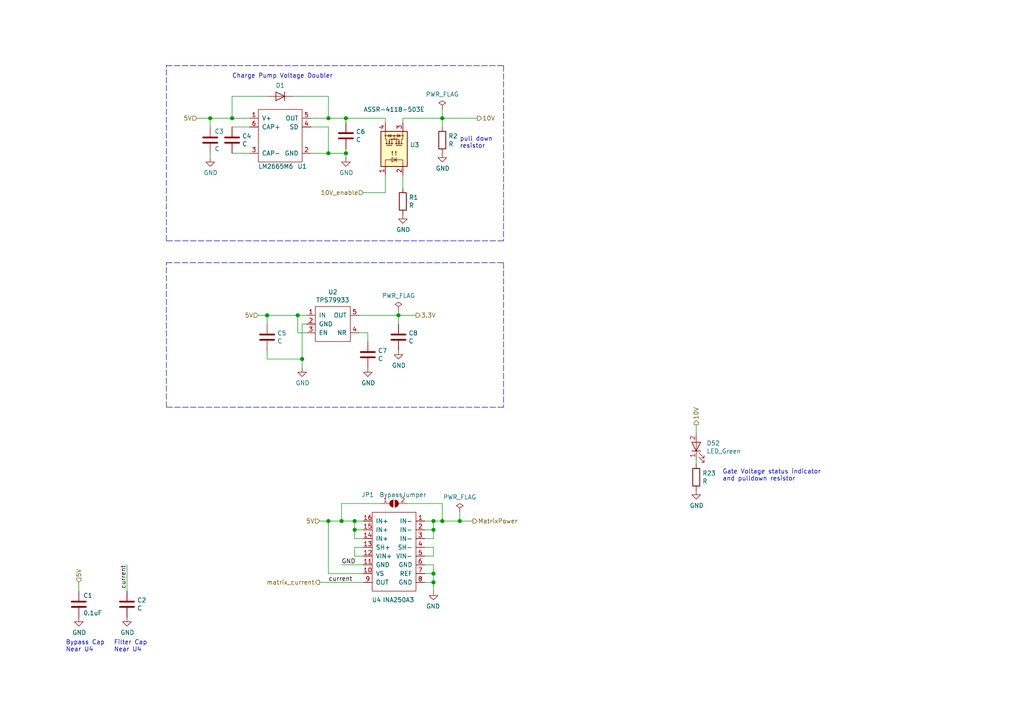
<source format=kicad_sch>
(kicad_sch (version 20201015) (generator eeschema)
  (page 1 14)
  (paper "A4")
  (lib_symbols
    (symbol "Custom-Symbols:ASSR-4118-503E" (pin_names (offset 1.016))
      (property "Reference" "U" (at 10.16 6.35 0))
      (property "Value" "ASSR-4118-503E" (at -1.27 6.35 0))
      (symbol "ASSR-4118-503E_1_1"
        (circle (center 2.794 -0.635) (radius 0.127))
        (circle (center 2.794 0) (radius 0.127))
        (circle (center 2.794 0.635) (radius 0.127))
        (circle (center 3.81 -2.54) (radius 0.127))
        (circle (center 3.81 0) (radius 0.127))
        (circle (center 3.81 2.54) (radius 0.127))
        (rectangle (start -5.08 3.81) (end 5.08 -3.81) (stroke (width 0.254)) (fill (type background)))
        (polyline (pts (xy -3.81 -0.635) (xy -2.54 -0.635)))
        (polyline (pts (xy 1.016 -0.635) (xy 1.016 -2.159)) (stroke (width 0.2032)))
        (polyline (pts (xy 1.016 2.159) (xy 1.016 0.635)) (stroke (width 0.2032)))
        (polyline (pts (xy 1.524 -0.508) (xy 1.524 -0.762)) (stroke (width 0.3556)))
        (polyline (pts (xy 2.794 0) (xy 3.81 0)))
        (polyline (pts (xy 3.429 -1.651) (xy 4.191 -1.651)))
        (polyline (pts (xy 3.429 1.651) (xy 4.191 1.651)))
        (polyline (pts (xy 3.81 -2.54) (xy 3.81 2.54)))
        (polyline (pts (xy 1.524 -2.032) (xy 1.524 -2.286) (xy 1.524 -2.286)) (stroke (width 0.3556)))
        (polyline (pts (xy 1.524 -1.27) (xy 1.524 -1.524) (xy 1.524 -1.524)) (stroke (width 0.3556)))
        (polyline (pts (xy 1.524 0.762) (xy 1.524 0.508) (xy 1.524 0.508)) (stroke (width 0.3556)))
        (polyline (pts (xy 1.524 1.524) (xy 1.524 1.27) (xy 1.524 1.27)) (stroke (width 0.3556)))
        (polyline (pts (xy 1.524 2.286) (xy 1.524 2.032) (xy 1.524 2.032)) (stroke (width 0.3556)))
        (polyline (pts (xy 1.651 -1.397) (xy 2.794 -1.397) (xy 2.794 -0.635)))
        (polyline (pts (xy 1.651 1.397) (xy 2.794 1.397) (xy 2.794 0.635)))
        (polyline (pts (xy -5.08 2.54) (xy -3.175 2.54) (xy -3.175 -2.54) (xy -5.08 -2.54)))
        (polyline (pts (xy -3.175 -0.635) (xy -3.81 0.635) (xy -2.54 0.635) (xy -3.175 -0.635)))
        (polyline (pts (xy 1.651 -2.159) (xy 2.794 -2.159) (xy 2.794 -2.54) (xy 5.08 -2.54)))
        (polyline (pts (xy 1.651 -0.635) (xy 2.794 -0.635) (xy 2.794 0.635) (xy 1.651 0.635)))
        (polyline (pts (xy 1.651 2.159) (xy 2.794 2.159) (xy 2.794 2.54) (xy 5.08 2.54)))
        (polyline (pts (xy 1.778 -1.397) (xy 2.286 -1.27) (xy 2.286 -1.524) (xy 1.778 -1.397)))
        (polyline (pts (xy 1.778 1.397) (xy 2.286 1.524) (xy 2.286 1.27) (xy 1.778 1.397)))
        (polyline (pts (xy 3.81 -1.651) (xy 3.429 -0.889) (xy 4.191 -0.889) (xy 3.81 -1.651)))
        (polyline (pts (xy 3.81 1.651) (xy 3.429 0.889) (xy 4.191 0.889) (xy 3.81 1.651)))
        (polyline (pts (xy -1.905 -0.508) (xy -0.635 -0.508) (xy -1.016 -0.635) (xy -1.016 -0.381) (xy -0.635 -0.508)))
        (polyline (pts (xy -1.905 0.508) (xy -0.635 0.508) (xy -1.016 0.381) (xy -1.016 0.635) (xy -0.635 0.508)))
        (pin passive line (at -7.62 2.54 0) (length 2.54) (name "~") (number "1"))
        (pin passive line (at -7.62 -2.54 0) (length 2.54) (name "~") (number "2"))
        (pin passive line (at 7.62 -2.54 180) (length 2.54) (name "~") (number "3"))
      )
      (symbol "ASSR-4118-503E_0_0"
        (pin passive line (at 7.62 2.54 180) (length 2.54) (name "~") (number "4"))
      )
    )
    (symbol "Custom-Symbols:Diode" (pin_numbers hide) (pin_names (offset 0) hide)
      (property "Reference" "D" (at 0 3.81 0))
      (symbol "Diode_1_1"
        (polyline (pts (xy -1.27 1.27) (xy -1.27 -1.27)) (stroke (width 0.2032)))
        (polyline (pts (xy 1.27 0) (xy -1.27 0)))
        (polyline (pts (xy 1.27 1.27) (xy 1.27 -1.27) (xy -1.27 0) (xy 1.27 1.27)) (stroke (width 0.2032)))
        (pin passive line (at -3.81 0 0) (length 2.54) (name "K") (number "1"))
        (pin passive line (at 3.81 0 180) (length 2.54) (name "A") (number "2"))
      )
    )
    (symbol "Custom-Symbols:INA250A3" (pin_names (offset 1.016))
      (property "Reference" "U" (at 0 13.97 0))
      (property "Value" "INA250A3" (at 0 13.97 0))
      (symbol "INA250A3_0_1"
        (rectangle (start -6.35 11.43) (end 6.35 -11.43))
      )
      (symbol "INA250A3_1_1"
        (pin passive line (at -8.89 8.89 0) (length 2.54) (name "IN-") (number "1"))
        (pin power_in line (at 8.89 -6.35 180) (length 2.54) (name "VS") (number "10"))
        (pin power_in line (at 8.89 -3.81 180) (length 2.54) (name "GND") (number "11"))
        (pin passive line (at 8.89 -1.27 180) (length 2.54) (name "VIN+") (number "12"))
        (pin passive line (at 8.89 1.27 180) (length 2.54) (name "SH+") (number "13"))
        (pin passive line (at 8.89 3.81 180) (length 2.54) (name "IN+") (number "14"))
        (pin passive line (at 8.89 6.35 180) (length 2.54) (name "IN+") (number "15"))
        (pin passive line (at 8.89 8.89 180) (length 2.54) (name "IN+") (number "16"))
        (pin passive line (at -8.89 6.35 0) (length 2.54) (name "IN-") (number "2"))
        (pin passive line (at -8.89 3.81 0) (length 2.54) (name "IN-") (number "3"))
        (pin passive line (at -8.89 1.27 0) (length 2.54) (name "SH-") (number "4"))
        (pin passive line (at -8.89 -1.27 0) (length 2.54) (name "VIN-") (number "5"))
        (pin power_in line (at -8.89 -3.81 0) (length 2.54) (name "GND") (number "6"))
        (pin passive line (at -8.89 -6.35 0) (length 2.54) (name "REF") (number "7"))
        (pin power_in line (at -8.89 -8.89 0) (length 2.54) (name "GND") (number "8"))
        (pin output line (at 8.89 -8.89 180) (length 2.54) (name "OUT") (number "9"))
      )
    )
    (symbol "Custom-Symbols:LED_Green" (pin_names (offset 1.016))
      (property "Reference" "D" (at 3.81 3.81 0))
      (property "Value" "LED_Green" (at -3.81 3.81 0))
      (symbol "LED_Green_1_1"
        (polyline (pts (xy -1.27 -1.27) (xy -1.27 1.27)) (stroke (width 0.2032)))
        (polyline (pts (xy -1.27 0) (xy 1.27 0)))
        (polyline (pts (xy 1.27 -1.27) (xy 1.27 1.27) (xy -1.27 0) (xy 1.27 -1.27)) (stroke (width 0.2032)))
        (polyline (pts (xy -3.048 -0.762) (xy -4.572 -2.286) (xy -3.81 -2.286) (xy -4.572 -2.286) (xy -4.572 -1.524)))
        (polyline (pts (xy -1.778 -0.762) (xy -3.302 -2.286) (xy -2.54 -2.286) (xy -3.302 -2.286) (xy -3.302 -1.524)))
        (pin passive line (at -3.81 0 0) (length 2.54) (name "~") (number "1"))
        (pin passive line (at 3.81 0 180) (length 2.54) (name "~") (number "2"))
      )
    )
    (symbol "Custom-Symbols:LM2665M6" (pin_names (offset 1.016))
      (property "Reference" "U" (at -5.08 7.62 0))
      (property "Value" "LM2665M6" (at 1.27 7.62 0))
      (symbol "LM2665M6_0_1"
        (rectangle (start -6.35 5.08) (end 6.35 -10.16))
      )
      (symbol "LM2665M6_1_1"
        (pin power_in line (at -8.89 2.54 0) (length 2.54) (name "V+") (number "1"))
        (pin power_in line (at 8.89 -7.62 180) (length 2.54) (name "GND") (number "2"))
        (pin passive line (at -8.89 -7.62 0) (length 2.54) (name "CAP-") (number "3"))
        (pin input line (at 8.89 0 180) (length 2.54) (name "SD") (number "4"))
        (pin power_out line (at 8.89 2.54 180) (length 2.54) (name "OUT") (number "5"))
        (pin passive line (at -8.89 0 0) (length 2.54) (name "CAP+") (number "6"))
      )
    )
    (symbol "Custom-Symbols:TPS79933" (pin_names (offset 1.016))
      (property "Reference" "U" (at 3.81 7.62 0))
      (property "Value" "TPS79933" (at -2.54 7.62 0))
      (symbol "TPS79933_0_1"
        (rectangle (start -5.08 5.08) (end 5.08 -5.08))
      )
      (symbol "TPS79933_1_1"
        (pin power_in line (at -7.62 2.54 0) (length 2.54) (name "IN") (number "1"))
        (pin power_in line (at -7.62 0 0) (length 2.54) (name "GND") (number "2"))
        (pin input line (at -7.62 -2.54 0) (length 2.54) (name "EN") (number "3"))
        (pin passive line (at 7.62 -2.54 180) (length 2.54) (name "NR") (number "4"))
        (pin power_out line (at 7.62 2.54 180) (length 2.54) (name "OUT") (number "5"))
      )
    )
    (symbol "Device:C" (pin_numbers hide) (pin_names (offset 0.254))
      (property "Reference" "C" (at 0.635 2.54 0))
      (property "Value" "C" (at 0.635 -2.54 0))
      (symbol "C_0_1"
        (polyline (pts (xy -2.032 -0.762) (xy 2.032 -0.762)) (stroke (width 0.508)))
        (polyline (pts (xy -2.032 0.762) (xy 2.032 0.762)) (stroke (width 0.508)))
      )
      (symbol "C_1_1"
        (pin passive line (at 0 3.81 270) (length 2.794) (name "~") (number "1"))
        (pin passive line (at 0 -3.81 90) (length 2.794) (name "~") (number "2"))
      )
    )
    (symbol "Device:R" (pin_numbers hide) (pin_names (offset 0))
      (property "Reference" "R" (at 2.032 0 90))
      (property "Value" "R" (at 0 0 90))
      (symbol "R_0_1"
        (rectangle (start -1.016 -2.54) (end 1.016 2.54) (stroke (width 0.254)))
      )
      (symbol "R_1_1"
        (pin passive line (at 0 3.81 270) (length 1.27) (name "~") (number "1"))
        (pin passive line (at 0 -3.81 90) (length 1.27) (name "~") (number "2"))
      )
    )
    (symbol "Jumper:SolderJumper_2_Open" (pin_names (offset 0) hide)
      (property "Reference" "JP" (at 0 2.032 0))
      (property "Value" "SolderJumper_2_Open" (at 0 -2.54 0))
      (symbol "SolderJumper_2_Open_0_1"
        (arc (start -0.254 1.016) (end -0.254 -1.016) (radius (at -0.254 0) (length 1.016) (angles 90.1 -90.1)))
        (arc (start -0.254 1.016) (end -0.254 -1.016) (radius (at -0.254 0) (length 1.016) (angles 90.1 -90.1)) (fill (type outline)))
        (arc (start 0.254 -1.016) (end 0.254 1.016) (radius (at 0.254 0) (length 1.016) (angles -89.9 89.9)))
        (arc (start 0.254 -1.016) (end 0.254 1.016) (radius (at 0.254 0) (length 1.016) (angles -89.9 89.9)) (fill (type outline)))
        (polyline (pts (xy -0.254 1.016) (xy -0.254 -1.016)))
        (polyline (pts (xy 0.254 1.016) (xy 0.254 -1.016)))
      )
      (symbol "SolderJumper_2_Open_1_1"
        (pin passive line (at -3.81 0 0) (length 2.54) (name "A") (number "1"))
        (pin passive line (at 3.81 0 180) (length 2.54) (name "B") (number "2"))
      )
    )
    (symbol "power:GND" (power) (pin_names (offset 0))
      (property "Value" "GND" (at 0 -3.81 0))
      (symbol "GND_0_1"
        (polyline (pts (xy 0 0) (xy 0 -1.27) (xy 1.27 -1.27) (xy 0 -2.54) (xy -1.27 -1.27) (xy 0 -1.27)))
      )
      (symbol "GND_1_1"
        (pin power_in line (at 0 0 270) (length 0) hide (name "GND") (number "1"))
      )
    )
    (symbol "power:PWR_FLAG" (power) (pin_numbers hide) (pin_names (offset 0) hide)
      (property "Value" "PWR_FLAG" (at 0 3.81 0))
      (symbol "PWR_FLAG_0_1"
        (polyline (pts (xy 0 0) (xy 0 1.27) (xy -1.016 1.905) (xy 0 2.54) (xy 1.016 1.905) (xy 0 1.27)))
      )
      (symbol "PWR_FLAG_0_0"
        (pin power_out line (at 0 0 90) (length 0) (name "pwr") (number "1"))
      )
    )
  )
  (junction (at 60.96 34.29) (diameter 1.016))
  (junction (at 67.31 34.29) (diameter 1.016))
  (junction (at 77.47 91.44) (diameter 1.016))
  (junction (at 86.36 91.44) (diameter 1.016))
  (junction (at 87.63 104.14) (diameter 1.016))
  (junction (at 95.25 34.29) (diameter 1.016))
  (junction (at 95.25 44.45) (diameter 1.016))
  (junction (at 95.25 151.13) (diameter 1.016))
  (junction (at 99.06 151.13) (diameter 1.016))
  (junction (at 100.33 34.29) (diameter 1.016))
  (junction (at 100.33 44.45) (diameter 1.016))
  (junction (at 102.87 151.13) (diameter 1.016))
  (junction (at 102.87 153.67) (diameter 1.016))
  (junction (at 115.57 91.44) (diameter 1.016))
  (junction (at 125.73 151.13) (diameter 1.016))
  (junction (at 125.73 153.67) (diameter 1.016))
  (junction (at 125.73 166.37) (diameter 1.016))
  (junction (at 125.73 168.91) (diameter 1.016))
  (junction (at 128.27 34.29) (diameter 1.016))
  (junction (at 128.27 151.13) (diameter 1.016))
  (junction (at 133.35 151.13) (diameter 1.016))
  (wire (pts (xy 22.86 168.91) (xy 22.86 171.45)))
  (wire (pts (xy 36.83 171.45) (xy 36.83 163.83)))
  (wire (pts (xy 57.15 34.29) (xy 60.96 34.29)))
  (wire (pts (xy 60.96 34.29) (xy 67.31 34.29)))
  (wire (pts (xy 60.96 36.83) (xy 60.96 34.29)))
  (wire (pts (xy 60.96 45.72) (xy 60.96 44.45)))
  (wire (pts (xy 67.31 27.94) (xy 77.47 27.94)))
  (wire (pts (xy 67.31 34.29) (xy 67.31 27.94)))
  (wire (pts (xy 67.31 34.29) (xy 72.39 34.29)))
  (wire (pts (xy 67.31 36.83) (xy 72.39 36.83)))
  (wire (pts (xy 67.31 44.45) (xy 72.39 44.45)))
  (wire (pts (xy 77.47 91.44) (xy 74.93 91.44)))
  (wire (pts (xy 77.47 91.44) (xy 77.47 93.98)))
  (wire (pts (xy 77.47 91.44) (xy 86.36 91.44)))
  (wire (pts (xy 77.47 101.6) (xy 77.47 104.14)))
  (wire (pts (xy 77.47 104.14) (xy 87.63 104.14)))
  (wire (pts (xy 85.09 27.94) (xy 95.25 27.94)))
  (wire (pts (xy 86.36 91.44) (xy 88.9 91.44)))
  (wire (pts (xy 86.36 96.52) (xy 86.36 91.44)))
  (wire (pts (xy 87.63 93.98) (xy 87.63 104.14)))
  (wire (pts (xy 87.63 104.14) (xy 87.63 106.68)))
  (wire (pts (xy 88.9 93.98) (xy 87.63 93.98)))
  (wire (pts (xy 88.9 96.52) (xy 86.36 96.52)))
  (wire (pts (xy 90.17 34.29) (xy 95.25 34.29)))
  (wire (pts (xy 90.17 36.83) (xy 95.25 36.83)))
  (wire (pts (xy 90.17 44.45) (xy 95.25 44.45)))
  (wire (pts (xy 92.71 151.13) (xy 95.25 151.13)))
  (wire (pts (xy 95.25 27.94) (xy 95.25 34.29)))
  (wire (pts (xy 95.25 34.29) (xy 100.33 34.29)))
  (wire (pts (xy 95.25 36.83) (xy 95.25 44.45)))
  (wire (pts (xy 95.25 44.45) (xy 100.33 44.45)))
  (wire (pts (xy 95.25 166.37) (xy 95.25 151.13)))
  (wire (pts (xy 99.06 146.05) (xy 110.49 146.05)))
  (wire (pts (xy 99.06 151.13) (xy 95.25 151.13)))
  (wire (pts (xy 99.06 151.13) (xy 99.06 146.05)))
  (wire (pts (xy 100.33 34.29) (xy 111.76 34.29)))
  (wire (pts (xy 100.33 35.56) (xy 100.33 34.29)))
  (wire (pts (xy 100.33 43.18) (xy 100.33 44.45)))
  (wire (pts (xy 100.33 44.45) (xy 100.33 45.72)))
  (wire (pts (xy 102.87 151.13) (xy 99.06 151.13)))
  (wire (pts (xy 102.87 151.13) (xy 105.41 151.13)))
  (wire (pts (xy 102.87 153.67) (xy 102.87 151.13)))
  (wire (pts (xy 102.87 156.21) (xy 102.87 153.67)))
  (wire (pts (xy 102.87 158.75) (xy 102.87 161.29)))
  (wire (pts (xy 102.87 161.29) (xy 105.41 161.29)))
  (wire (pts (xy 104.14 91.44) (xy 115.57 91.44)))
  (wire (pts (xy 104.14 96.52) (xy 106.68 96.52)))
  (wire (pts (xy 105.41 153.67) (xy 102.87 153.67)))
  (wire (pts (xy 105.41 156.21) (xy 102.87 156.21)))
  (wire (pts (xy 105.41 158.75) (xy 102.87 158.75)))
  (wire (pts (xy 105.41 163.83) (xy 99.06 163.83)))
  (wire (pts (xy 105.41 166.37) (xy 95.25 166.37)))
  (wire (pts (xy 105.41 168.91) (xy 92.71 168.91)))
  (wire (pts (xy 106.68 99.06) (xy 106.68 96.52)))
  (wire (pts (xy 111.76 35.56) (xy 111.76 34.29)))
  (wire (pts (xy 111.76 50.8) (xy 111.76 55.88)))
  (wire (pts (xy 111.76 55.88) (xy 105.41 55.88)))
  (wire (pts (xy 115.57 90.17) (xy 115.57 91.44)))
  (wire (pts (xy 115.57 93.98) (xy 115.57 91.44)))
  (wire (pts (xy 116.84 34.29) (xy 128.27 34.29)))
  (wire (pts (xy 116.84 35.56) (xy 116.84 34.29)))
  (wire (pts (xy 116.84 50.8) (xy 116.84 54.61)))
  (wire (pts (xy 118.11 146.05) (xy 128.27 146.05)))
  (wire (pts (xy 120.65 91.44) (xy 115.57 91.44)))
  (wire (pts (xy 123.19 153.67) (xy 125.73 153.67)))
  (wire (pts (xy 123.19 156.21) (xy 125.73 156.21)))
  (wire (pts (xy 123.19 158.75) (xy 125.73 158.75)))
  (wire (pts (xy 123.19 163.83) (xy 125.73 163.83)))
  (wire (pts (xy 123.19 166.37) (xy 125.73 166.37)))
  (wire (pts (xy 123.19 168.91) (xy 125.73 168.91)))
  (wire (pts (xy 125.73 151.13) (xy 123.19 151.13)))
  (wire (pts (xy 125.73 151.13) (xy 128.27 151.13)))
  (wire (pts (xy 125.73 153.67) (xy 125.73 151.13)))
  (wire (pts (xy 125.73 156.21) (xy 125.73 153.67)))
  (wire (pts (xy 125.73 158.75) (xy 125.73 161.29)))
  (wire (pts (xy 125.73 161.29) (xy 123.19 161.29)))
  (wire (pts (xy 125.73 163.83) (xy 125.73 166.37)))
  (wire (pts (xy 125.73 166.37) (xy 125.73 168.91)))
  (wire (pts (xy 125.73 168.91) (xy 125.73 171.45)))
  (wire (pts (xy 128.27 31.75) (xy 128.27 34.29)))
  (wire (pts (xy 128.27 34.29) (xy 128.27 36.83)))
  (wire (pts (xy 128.27 34.29) (xy 138.43 34.29)))
  (wire (pts (xy 128.27 146.05) (xy 128.27 151.13)))
  (wire (pts (xy 128.27 151.13) (xy 133.35 151.13)))
  (wire (pts (xy 133.35 148.59) (xy 133.35 151.13)))
  (wire (pts (xy 133.35 151.13) (xy 137.16 151.13)))
  (wire (pts (xy 201.93 125.73) (xy 201.93 123.19)))
  (wire (pts (xy 201.93 133.35) (xy 201.93 134.62)))
  (polyline (pts (xy 48.26 19.05) (xy 146.05 19.05)) (stroke (width 0) (type dash)))
  (polyline (pts (xy 48.26 69.85) (xy 48.26 19.05)) (stroke (width 0) (type dash)))
  (polyline (pts (xy 48.26 76.2) (xy 146.05 76.2)) (stroke (width 0) (type dash)))
  (polyline (pts (xy 48.26 118.11) (xy 48.26 76.2)) (stroke (width 0) (type dash)))
  (polyline (pts (xy 146.05 19.05) (xy 146.05 69.85)) (stroke (width 0) (type dash)))
  (polyline (pts (xy 146.05 69.85) (xy 48.26 69.85)) (stroke (width 0) (type dash)))
  (polyline (pts (xy 146.05 76.2) (xy 146.05 118.11)) (stroke (width 0) (type dash)))
  (polyline (pts (xy 146.05 118.11) (xy 48.26 118.11)) (stroke (width 0) (type dash)))
  (text "Bypass Cap\nNear U4" (at 19.05 189.23 0) (effects (font (size 1.27 1.27)) (justify left bottom)))
  (text "Filter Cap\nNear U4" (at 33.02 189.23 0) (effects (font (size 1.27 1.27)) (justify left bottom)))
  (text "Charge Pump Voltage Doubler\n" (at 67.31 22.86 0) (effects (font (size 1.27 1.27)) (justify left bottom)))
  (text "pull down\nresistor" (at 133.35 43.18 0) (effects (font (size 1.27 1.27)) (justify left bottom)))
  (text "Gate Voltage status indicator\nand pulldown resistor" (at 209.55 139.7 0) (effects (font (size 1.27 1.27)) (justify left bottom)))
  (label "current" (at 36.83 163.83 270))
  (label "current" (at 95.25 168.91 0))
  (label "GND" (at 99.06 163.83 0))
  (hierarchical_label "5V" (shape input) (at 22.86 168.91 90))
  (hierarchical_label "5V" (shape input) (at 57.15 34.29 180))
  (hierarchical_label "5V" (shape input) (at 74.93 91.44 180))
  (hierarchical_label "5V" (shape input) (at 92.71 151.13 180))
  (hierarchical_label "matrix_current" (shape output) (at 92.71 168.91 180))
  (hierarchical_label "10V_enable" (shape input) (at 105.41 55.88 180))
  (hierarchical_label "3.3V" (shape output) (at 120.65 91.44 0))
  (hierarchical_label "MatrixPower" (shape output) (at 137.16 151.13 0))
  (hierarchical_label "10V" (shape output) (at 138.43 34.29 0))
  (hierarchical_label "10V" (shape output) (at 201.93 123.19 90))
  (symbol (lib_id "power:PWR_FLAG") (at 115.57 90.17 0) (unit 1)
    (property "Reference" "#FLG0102" (effects hide))
    (property "Value" "PWR_FLAG" (at 115.57 85.7758 0))
  )
  (symbol (lib_id "power:PWR_FLAG") (at 128.27 31.75 0) (unit 1)
    (property "Reference" "#FLG0103" (effects hide))
    (property "Value" "PWR_FLAG" (at 128.27 27.3558 0))
  )
  (symbol (lib_id "power:PWR_FLAG") (at 133.35 148.59 0) (unit 1)
    (property "Reference" "#FLG0101" (effects hide))
    (property "Value" "PWR_FLAG" (at 133.35 144.1958 0))
  )
  (symbol (lib_id "power:GND") (at 22.86 179.07 0) (unit 1)
    (property "Reference" "#PWR0111" (effects hide))
    (property "Value" "GND" (at 22.987 183.4642 0))
  )
  (symbol (lib_id "power:GND") (at 36.83 179.07 0) (unit 1)
    (property "Reference" "#PWR0112" (effects hide))
    (property "Value" "GND" (at 36.957 183.4642 0))
  )
  (symbol (lib_id "power:GND") (at 60.96 45.72 0) (unit 1)
    (property "Reference" "#PWR0107" (effects hide))
    (property "Value" "GND" (at 61.087 50.1142 0))
  )
  (symbol (lib_id "power:GND") (at 87.63 106.68 0) (unit 1)
    (property "Reference" "#PWR0105" (effects hide))
    (property "Value" "GND" (at 87.757 111.0742 0))
  )
  (symbol (lib_id "power:GND") (at 100.33 45.72 0) (unit 1)
    (property "Reference" "#PWR0108" (effects hide))
    (property "Value" "GND" (at 100.457 50.1142 0))
  )
  (symbol (lib_id "power:GND") (at 106.68 106.68 0) (unit 1)
    (property "Reference" "#PWR0114" (effects hide))
    (property "Value" "GND" (at 106.807 111.0742 0))
  )
  (symbol (lib_id "power:GND") (at 115.57 101.6 0) (unit 1)
    (property "Reference" "#PWR0113" (effects hide))
    (property "Value" "GND" (at 115.697 105.9942 0))
  )
  (symbol (lib_id "power:GND") (at 116.84 62.23 0) (unit 1)
    (property "Reference" "#PWR0109" (effects hide))
    (property "Value" "GND" (at 116.967 66.6242 0))
  )
  (symbol (lib_id "power:GND") (at 125.73 171.45 0) (mirror y) (unit 1)
    (property "Reference" "#PWR0106" (effects hide))
    (property "Value" "GND" (at 125.603 175.8442 0))
  )
  (symbol (lib_id "power:GND") (at 128.27 44.45 0) (unit 1)
    (property "Reference" "#PWR0115" (effects hide))
    (property "Value" "GND" (at 128.397 48.8442 0))
  )
  (symbol (lib_id "power:GND") (at 201.93 142.24 0) (unit 1)
    (property "Reference" "#PWR0110" (effects hide))
    (property "Value" "GND" (at 202.057 146.6342 0))
  )
  (symbol (lib_id "Device:R") (at 116.84 58.42 0) (unit 1)
    (property "Reference" "R1" (at 118.618 57.2516 0) (effects (justify left)))
    (property "Value" "R" (at 118.618 59.563 0) (effects (justify left)))
    (property "Footprint" "Resistor_SMD:R_0805_2012Metric" (effects hide))
  )
  (symbol (lib_id "Device:R") (at 128.27 40.64 0) (unit 1)
    (property "Reference" "R2" (at 130.048 39.4716 0) (effects (justify left)))
    (property "Value" "R" (at 130.048 41.783 0) (effects (justify left)))
    (property "Footprint" "Resistor_SMD:R_0805_2012Metric" (effects hide))
  )
  (symbol (lib_id "Device:R") (at 201.93 138.43 0) (unit 1)
    (property "Reference" "R23" (at 203.708 137.2616 0) (effects (justify left)))
    (property "Value" "R" (at 203.708 139.573 0) (effects (justify left)))
    (property "Footprint" "Resistor_SMD:R_0805_2012Metric" (effects hide))
  )
  (symbol (lib_id "Jumper:SolderJumper_2_Open") (at 114.3 146.05 0) (unit 1)
    (property "Reference" "JP1" (at 106.68 143.51 0))
    (property "Value" "BypassJumper" (at 116.84 143.51 0))
    (property "Footprint" "Jumper:SolderJumper-2_P1.3mm_Open_RoundedPad1.0x1.5mm" (effects hide))
  )
  (symbol (lib_id "Custom-Symbols:Diode") (at 81.28 27.94 180) (unit 1)
    (property "Reference" "D1" (at 81.28 24.7904 0))
    (property "Value" "Diode" (effects hide))
    (property "Footprint" "Diode_SMD:D_SOD-123F" (effects hide))
    (property "Datasheet" "https://www.onsemi.com/pub/Collateral/NHP220SF-D.PDF" (effects hide))
    (property "Manufacturer" "ON Semiconductor" (effects hide))
    (property "Manufacturer Part" "NHP220SFT3G" (effects hide))
    (property "Vendor" "Digikey" (effects hide))
    (property "Vendor Part" "NHP220SFT3GOSCT-ND" (effects hide))
  )
  (symbol (lib_id "Custom-Symbols:LED_Green") (at 201.93 129.54 90) (unit 1)
    (property "Reference" "D52" (at 204.9272 128.5494 90) (effects (justify right)))
    (property "Value" "LED_Green" (at 204.9272 130.8608 90) (effects (justify right)))
    (property "Footprint" "LED_SMD:LED_0805_2012Metric_Pad1.15x1.40mm_HandSolder" (effects hide))
    (property "Datasheet" "https://vcclite.com/wp-content/uploads/wpallimport/files/files/CMD1721Seriesver3.pdf" (effects hide))
    (property "Vendor" "Digikey" (effects hide))
    (property "Vendor Part" "L62405CT-ND" (effects hide))
    (property "Manufacturer" "Visual Communications Company - VCC" (effects hide))
    (property "Manufacturer Part" "CMD17-21VGC/TR8" (effects hide))
  )
  (symbol (lib_id "Device:C") (at 22.86 175.26 0) (unit 1)
    (property "Reference" "C1" (at 24.13 172.72 0) (effects (justify left)))
    (property "Value" "0.1uF" (at 24.13 177.8 0) (effects (justify left)))
    (property "Footprint" "Capacitor_SMD:C_0805_2012Metric" (effects hide))
  )
  (symbol (lib_id "Device:C") (at 36.83 175.26 0) (unit 1)
    (property "Reference" "C2" (at 39.751 174.0916 0) (effects (justify left)))
    (property "Value" "C" (at 39.751 176.403 0) (effects (justify left)))
    (property "Footprint" "Capacitor_SMD:C_0805_2012Metric" (effects hide))
  )
  (symbol (lib_id "Device:C") (at 60.96 40.64 0) (unit 1)
    (property "Reference" "C3" (at 62.23 38.1 0) (effects (justify left)))
    (property "Value" "C" (at 62.23 43.18 0) (effects (justify left)))
    (property "Footprint" "Capacitor_SMD:C_0805_2012Metric" (effects hide))
  )
  (symbol (lib_id "Device:C") (at 67.31 40.64 0) (unit 1)
    (property "Reference" "C4" (at 70.231 39.4716 0) (effects (justify left)))
    (property "Value" "C" (at 70.231 41.783 0) (effects (justify left)))
    (property "Footprint" "Capacitor_SMD:C_0805_2012Metric" (effects hide))
  )
  (symbol (lib_id "Device:C") (at 77.47 97.79 0) (unit 1)
    (property "Reference" "C5" (at 80.391 96.6216 0) (effects (justify left)))
    (property "Value" "C" (at 80.391 98.933 0) (effects (justify left)))
    (property "Footprint" "Capacitor_SMD:C_0805_2012Metric" (effects hide))
  )
  (symbol (lib_id "Device:C") (at 100.33 39.37 0) (unit 1)
    (property "Reference" "C6" (at 103.251 38.2016 0) (effects (justify left)))
    (property "Value" "C" (at 103.251 40.513 0) (effects (justify left)))
    (property "Footprint" "Capacitor_SMD:C_0805_2012Metric" (effects hide))
  )
  (symbol (lib_id "Device:C") (at 106.68 102.87 0) (unit 1)
    (property "Reference" "C7" (at 109.601 101.7016 0) (effects (justify left)))
    (property "Value" "C" (at 109.601 104.013 0) (effects (justify left)))
    (property "Footprint" "Capacitor_SMD:C_0805_2012Metric" (effects hide))
  )
  (symbol (lib_id "Device:C") (at 115.57 97.79 0) (unit 1)
    (property "Reference" "C8" (at 118.491 96.6216 0) (effects (justify left)))
    (property "Value" "C" (at 118.491 98.933 0) (effects (justify left)))
    (property "Footprint" "Capacitor_SMD:C_0805_2012Metric" (effects hide))
  )
  (symbol (lib_id "Custom-Symbols:ASSR-4118-503E") (at 114.3 43.18 90) (unit 1)
    (property "Reference" "U3" (at 118.872 42.0116 90) (effects (justify right)))
    (property "Value" "ASSR-4118-503E" (at 105.41 31.75 90) (effects (justify right)))
    (property "Footprint" "Package_SO:SO-4_4.4x4.3mm_P2.54mm" (effects hide))
    (property "Datasheet" "https://docs.broadcom.com/doc/AV02-0218EN" (effects hide))
    (property "Vendor" "Digikey" (effects hide))
    (property "Vendor Part" "516-3769-1-ND" (effects hide))
    (property "Manufacturer" "Broadcom Limited" (effects hide))
    (property "Manufacturer Part" "ASSR-4118-503E" (effects hide))
  )
  (symbol (lib_id "Custom-Symbols:TPS79933") (at 96.52 93.98 0) (unit 1)
    (property "Reference" "U2" (at 96.52 84.709 0))
    (property "Value" "TPS79933" (at 96.52 87.0204 0))
    (property "Footprint" "Package_TO_SOT_SMD:SOT-23-5" (effects hide))
    (property "Datasheet" "https://www.ti.com/lit/ds/sbvs056k/sbvs056k.pdf" (effects hide))
    (property "Vendor" "Digikey" (effects hide))
    (property "Vendor Part" "296-17783-1-ND" (effects hide))
    (property "Manufacturer" "Texas Instruments" (effects hide))
    (property "Manufacturer Part" "TPS79933DDCR" (effects hide))
  )
  (symbol (lib_id "Custom-Symbols:LM2665M6") (at 81.28 36.83 0) (unit 1)
    (property "Reference" "U1" (at 87.63 48.26 0))
    (property "Value" "LM2665M6" (at 80.01 48.26 0))
    (property "Footprint" "Package_TO_SOT_SMD:SOT-23-6" (effects hide))
    (property "Datasheet" "https://www.ti.com/lit/ds/symlink/lm2665.pdf?HQS=TI-null-null-digikeymode-df-pf-null-wwe&ts=1592092406175" (effects hide))
    (property "Vendor" "Digikey" (effects hide))
    (property "Vendor Part" "LM2665M6/NOPBCT-ND" (effects hide))
    (property "Manufacturer" "Texas Instruments" (effects hide))
    (property "Manufacturer Part" "LM2665M6/NOPB" (effects hide))
  )
  (symbol (lib_id "Custom-Symbols:INA250A3") (at 114.3 160.02 0) (mirror y) (unit 1)
    (property "Reference" "U4" (at 109.22 173.99 0))
    (property "Value" "INA250A3" (at 115.57 173.99 0))
    (property "Footprint" "Package_SO:TSSOP-16_4.4x5mm_P0.65mm" (effects hide))
    (property "Datasheet" "https://www.ti.com/lit/ds/symlink/ina250.pdf?HQS=TI-null-null-digikeymode-df-pf-null-wwe&ts=1593450644945" (effects hide))
    (property "Vendor" "Digikey" (effects hide))
    (property "Vendor Part" "296-43803-1-ND" (effects hide))
    (property "Manufacturer" "Texas Instruments" (effects hide))
    (property "Manufacturer Part" "INA250A3PWR" (effects hide))
  )
)
</source>
